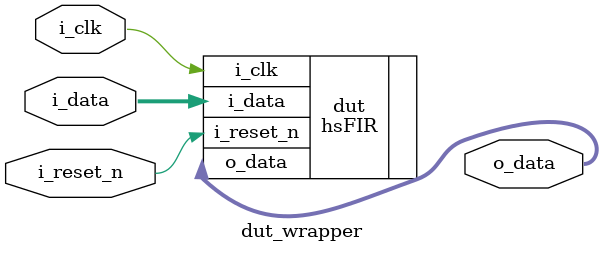
<source format=sv>
`timescale 1ps/1ps

module dut_wrapper(
    input wire i_clk,
    input wire i_reset_n,
    input wire [7:0] i_data,
    output wire [7:0] o_data
);

hsFIR dut (
    .i_clk(i_clk),
    .i_reset_n(i_reset_n),
    .i_data(i_data),
    .o_data(o_data)
);

endmodule
</source>
